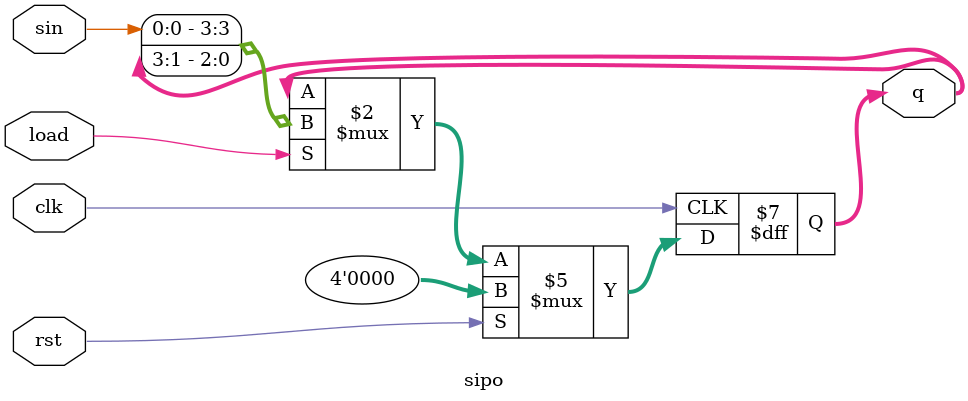
<source format=v>
module sipo#(parameter n=4)(input clk,rst,load,sin,output reg [n-1:0]q);
 always @(posedge clk )
begin
if(rst)
 q<=1'b0;
else if(load)
 q<={sin,q[n-1:1]};
end
endmodule

</source>
